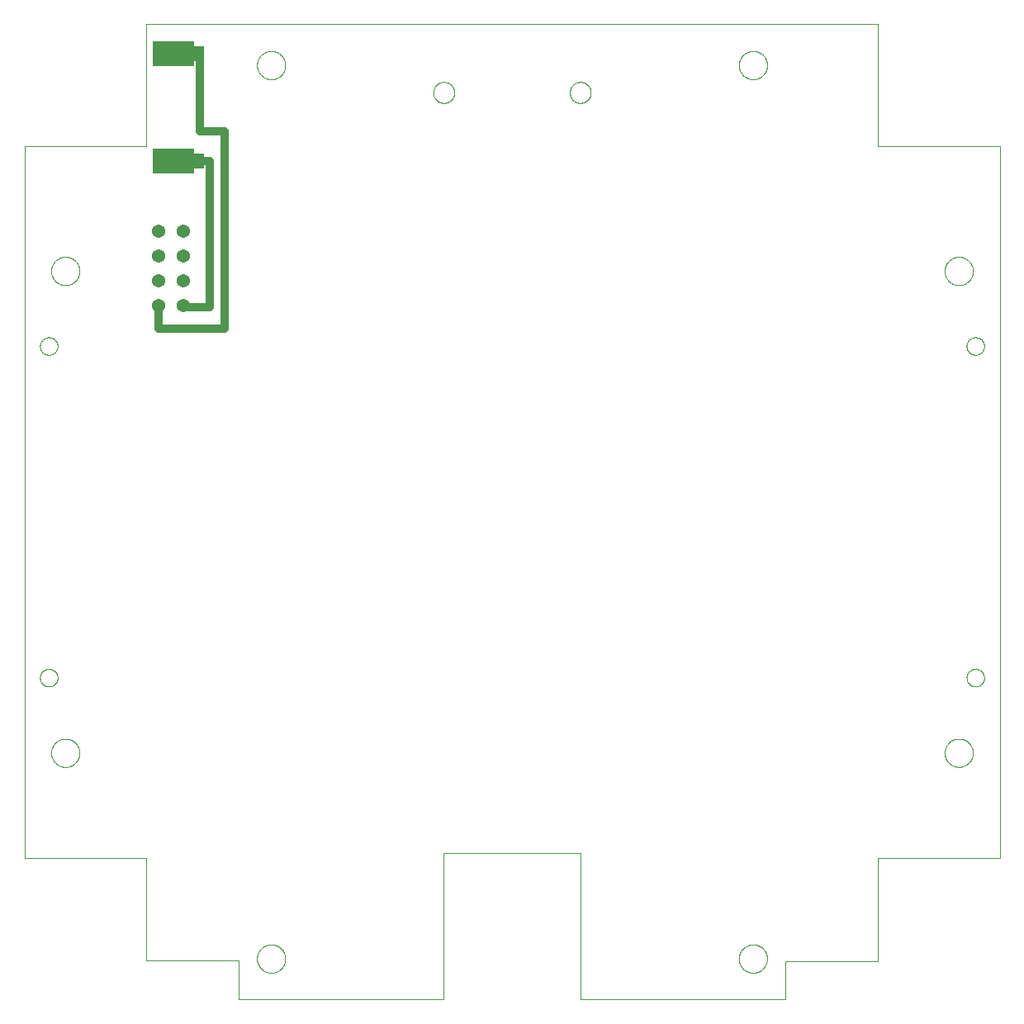
<source format=gtl>
G75*
%MOIN*%
%OFA0B0*%
%FSLAX25Y25*%
%IPPOS*%
%LPD*%
%AMOC8*
5,1,8,0,0,1.08239X$1,22.5*
%
%ADD10C,0.00000*%
%ADD11C,0.05400*%
%ADD12R,0.16535X0.10236*%
%ADD13R,0.05000X0.05906*%
%ADD14C,0.03200*%
D10*
X0070882Y0037378D02*
X0108087Y0037378D01*
X0108087Y0021669D01*
X0190961Y0021669D01*
X0190961Y0080724D01*
X0246079Y0080724D01*
X0246079Y0021669D01*
X0328953Y0021669D01*
X0328953Y0037220D01*
X0366157Y0037220D01*
X0366157Y0078756D01*
X0415370Y0078756D01*
X0415370Y0366157D01*
X0366157Y0366157D01*
X0366157Y0415370D01*
X0070882Y0415370D01*
X0070882Y0366157D01*
X0021669Y0366157D01*
X0021669Y0078756D01*
X0070882Y0078756D01*
X0070882Y0037378D01*
X0115567Y0038205D02*
X0115569Y0038356D01*
X0115575Y0038506D01*
X0115585Y0038657D01*
X0115599Y0038807D01*
X0115617Y0038956D01*
X0115638Y0039106D01*
X0115664Y0039254D01*
X0115694Y0039402D01*
X0115727Y0039549D01*
X0115765Y0039695D01*
X0115806Y0039840D01*
X0115851Y0039984D01*
X0115900Y0040126D01*
X0115953Y0040267D01*
X0116009Y0040407D01*
X0116069Y0040545D01*
X0116132Y0040682D01*
X0116200Y0040817D01*
X0116270Y0040950D01*
X0116344Y0041081D01*
X0116422Y0041210D01*
X0116503Y0041337D01*
X0116587Y0041462D01*
X0116675Y0041585D01*
X0116766Y0041705D01*
X0116860Y0041823D01*
X0116957Y0041938D01*
X0117057Y0042051D01*
X0117160Y0042161D01*
X0117266Y0042268D01*
X0117375Y0042373D01*
X0117486Y0042474D01*
X0117600Y0042573D01*
X0117716Y0042668D01*
X0117836Y0042761D01*
X0117957Y0042850D01*
X0118081Y0042936D01*
X0118207Y0043019D01*
X0118335Y0043098D01*
X0118465Y0043174D01*
X0118597Y0043247D01*
X0118731Y0043315D01*
X0118867Y0043381D01*
X0119005Y0043443D01*
X0119144Y0043501D01*
X0119284Y0043555D01*
X0119426Y0043606D01*
X0119569Y0043653D01*
X0119714Y0043696D01*
X0119859Y0043735D01*
X0120006Y0043771D01*
X0120153Y0043802D01*
X0120301Y0043830D01*
X0120450Y0043854D01*
X0120599Y0043874D01*
X0120749Y0043890D01*
X0120899Y0043902D01*
X0121050Y0043910D01*
X0121201Y0043914D01*
X0121351Y0043914D01*
X0121502Y0043910D01*
X0121653Y0043902D01*
X0121803Y0043890D01*
X0121953Y0043874D01*
X0122102Y0043854D01*
X0122251Y0043830D01*
X0122399Y0043802D01*
X0122546Y0043771D01*
X0122693Y0043735D01*
X0122838Y0043696D01*
X0122983Y0043653D01*
X0123126Y0043606D01*
X0123268Y0043555D01*
X0123408Y0043501D01*
X0123547Y0043443D01*
X0123685Y0043381D01*
X0123821Y0043315D01*
X0123955Y0043247D01*
X0124087Y0043174D01*
X0124217Y0043098D01*
X0124345Y0043019D01*
X0124471Y0042936D01*
X0124595Y0042850D01*
X0124716Y0042761D01*
X0124836Y0042668D01*
X0124952Y0042573D01*
X0125066Y0042474D01*
X0125177Y0042373D01*
X0125286Y0042268D01*
X0125392Y0042161D01*
X0125495Y0042051D01*
X0125595Y0041938D01*
X0125692Y0041823D01*
X0125786Y0041705D01*
X0125877Y0041585D01*
X0125965Y0041462D01*
X0126049Y0041337D01*
X0126130Y0041210D01*
X0126208Y0041081D01*
X0126282Y0040950D01*
X0126352Y0040817D01*
X0126420Y0040682D01*
X0126483Y0040545D01*
X0126543Y0040407D01*
X0126599Y0040267D01*
X0126652Y0040126D01*
X0126701Y0039984D01*
X0126746Y0039840D01*
X0126787Y0039695D01*
X0126825Y0039549D01*
X0126858Y0039402D01*
X0126888Y0039254D01*
X0126914Y0039106D01*
X0126935Y0038956D01*
X0126953Y0038807D01*
X0126967Y0038657D01*
X0126977Y0038506D01*
X0126983Y0038356D01*
X0126985Y0038205D01*
X0126983Y0038054D01*
X0126977Y0037904D01*
X0126967Y0037753D01*
X0126953Y0037603D01*
X0126935Y0037454D01*
X0126914Y0037304D01*
X0126888Y0037156D01*
X0126858Y0037008D01*
X0126825Y0036861D01*
X0126787Y0036715D01*
X0126746Y0036570D01*
X0126701Y0036426D01*
X0126652Y0036284D01*
X0126599Y0036143D01*
X0126543Y0036003D01*
X0126483Y0035865D01*
X0126420Y0035728D01*
X0126352Y0035593D01*
X0126282Y0035460D01*
X0126208Y0035329D01*
X0126130Y0035200D01*
X0126049Y0035073D01*
X0125965Y0034948D01*
X0125877Y0034825D01*
X0125786Y0034705D01*
X0125692Y0034587D01*
X0125595Y0034472D01*
X0125495Y0034359D01*
X0125392Y0034249D01*
X0125286Y0034142D01*
X0125177Y0034037D01*
X0125066Y0033936D01*
X0124952Y0033837D01*
X0124836Y0033742D01*
X0124716Y0033649D01*
X0124595Y0033560D01*
X0124471Y0033474D01*
X0124345Y0033391D01*
X0124217Y0033312D01*
X0124087Y0033236D01*
X0123955Y0033163D01*
X0123821Y0033095D01*
X0123685Y0033029D01*
X0123547Y0032967D01*
X0123408Y0032909D01*
X0123268Y0032855D01*
X0123126Y0032804D01*
X0122983Y0032757D01*
X0122838Y0032714D01*
X0122693Y0032675D01*
X0122546Y0032639D01*
X0122399Y0032608D01*
X0122251Y0032580D01*
X0122102Y0032556D01*
X0121953Y0032536D01*
X0121803Y0032520D01*
X0121653Y0032508D01*
X0121502Y0032500D01*
X0121351Y0032496D01*
X0121201Y0032496D01*
X0121050Y0032500D01*
X0120899Y0032508D01*
X0120749Y0032520D01*
X0120599Y0032536D01*
X0120450Y0032556D01*
X0120301Y0032580D01*
X0120153Y0032608D01*
X0120006Y0032639D01*
X0119859Y0032675D01*
X0119714Y0032714D01*
X0119569Y0032757D01*
X0119426Y0032804D01*
X0119284Y0032855D01*
X0119144Y0032909D01*
X0119005Y0032967D01*
X0118867Y0033029D01*
X0118731Y0033095D01*
X0118597Y0033163D01*
X0118465Y0033236D01*
X0118335Y0033312D01*
X0118207Y0033391D01*
X0118081Y0033474D01*
X0117957Y0033560D01*
X0117836Y0033649D01*
X0117716Y0033742D01*
X0117600Y0033837D01*
X0117486Y0033936D01*
X0117375Y0034037D01*
X0117266Y0034142D01*
X0117160Y0034249D01*
X0117057Y0034359D01*
X0116957Y0034472D01*
X0116860Y0034587D01*
X0116766Y0034705D01*
X0116675Y0034825D01*
X0116587Y0034948D01*
X0116503Y0035073D01*
X0116422Y0035200D01*
X0116344Y0035329D01*
X0116270Y0035460D01*
X0116200Y0035593D01*
X0116132Y0035728D01*
X0116069Y0035865D01*
X0116009Y0036003D01*
X0115953Y0036143D01*
X0115900Y0036284D01*
X0115851Y0036426D01*
X0115806Y0036570D01*
X0115765Y0036715D01*
X0115727Y0036861D01*
X0115694Y0037008D01*
X0115664Y0037156D01*
X0115638Y0037304D01*
X0115617Y0037454D01*
X0115599Y0037603D01*
X0115585Y0037753D01*
X0115575Y0037904D01*
X0115569Y0038054D01*
X0115567Y0038205D01*
X0032496Y0121276D02*
X0032498Y0121427D01*
X0032504Y0121577D01*
X0032514Y0121728D01*
X0032528Y0121878D01*
X0032546Y0122027D01*
X0032567Y0122177D01*
X0032593Y0122325D01*
X0032623Y0122473D01*
X0032656Y0122620D01*
X0032694Y0122766D01*
X0032735Y0122911D01*
X0032780Y0123055D01*
X0032829Y0123197D01*
X0032882Y0123338D01*
X0032938Y0123478D01*
X0032998Y0123616D01*
X0033061Y0123753D01*
X0033129Y0123888D01*
X0033199Y0124021D01*
X0033273Y0124152D01*
X0033351Y0124281D01*
X0033432Y0124408D01*
X0033516Y0124533D01*
X0033604Y0124656D01*
X0033695Y0124776D01*
X0033789Y0124894D01*
X0033886Y0125009D01*
X0033986Y0125122D01*
X0034089Y0125232D01*
X0034195Y0125339D01*
X0034304Y0125444D01*
X0034415Y0125545D01*
X0034529Y0125644D01*
X0034645Y0125739D01*
X0034765Y0125832D01*
X0034886Y0125921D01*
X0035010Y0126007D01*
X0035136Y0126090D01*
X0035264Y0126169D01*
X0035394Y0126245D01*
X0035526Y0126318D01*
X0035660Y0126386D01*
X0035796Y0126452D01*
X0035934Y0126514D01*
X0036073Y0126572D01*
X0036213Y0126626D01*
X0036355Y0126677D01*
X0036498Y0126724D01*
X0036643Y0126767D01*
X0036788Y0126806D01*
X0036935Y0126842D01*
X0037082Y0126873D01*
X0037230Y0126901D01*
X0037379Y0126925D01*
X0037528Y0126945D01*
X0037678Y0126961D01*
X0037828Y0126973D01*
X0037979Y0126981D01*
X0038130Y0126985D01*
X0038280Y0126985D01*
X0038431Y0126981D01*
X0038582Y0126973D01*
X0038732Y0126961D01*
X0038882Y0126945D01*
X0039031Y0126925D01*
X0039180Y0126901D01*
X0039328Y0126873D01*
X0039475Y0126842D01*
X0039622Y0126806D01*
X0039767Y0126767D01*
X0039912Y0126724D01*
X0040055Y0126677D01*
X0040197Y0126626D01*
X0040337Y0126572D01*
X0040476Y0126514D01*
X0040614Y0126452D01*
X0040750Y0126386D01*
X0040884Y0126318D01*
X0041016Y0126245D01*
X0041146Y0126169D01*
X0041274Y0126090D01*
X0041400Y0126007D01*
X0041524Y0125921D01*
X0041645Y0125832D01*
X0041765Y0125739D01*
X0041881Y0125644D01*
X0041995Y0125545D01*
X0042106Y0125444D01*
X0042215Y0125339D01*
X0042321Y0125232D01*
X0042424Y0125122D01*
X0042524Y0125009D01*
X0042621Y0124894D01*
X0042715Y0124776D01*
X0042806Y0124656D01*
X0042894Y0124533D01*
X0042978Y0124408D01*
X0043059Y0124281D01*
X0043137Y0124152D01*
X0043211Y0124021D01*
X0043281Y0123888D01*
X0043349Y0123753D01*
X0043412Y0123616D01*
X0043472Y0123478D01*
X0043528Y0123338D01*
X0043581Y0123197D01*
X0043630Y0123055D01*
X0043675Y0122911D01*
X0043716Y0122766D01*
X0043754Y0122620D01*
X0043787Y0122473D01*
X0043817Y0122325D01*
X0043843Y0122177D01*
X0043864Y0122027D01*
X0043882Y0121878D01*
X0043896Y0121728D01*
X0043906Y0121577D01*
X0043912Y0121427D01*
X0043914Y0121276D01*
X0043912Y0121125D01*
X0043906Y0120975D01*
X0043896Y0120824D01*
X0043882Y0120674D01*
X0043864Y0120525D01*
X0043843Y0120375D01*
X0043817Y0120227D01*
X0043787Y0120079D01*
X0043754Y0119932D01*
X0043716Y0119786D01*
X0043675Y0119641D01*
X0043630Y0119497D01*
X0043581Y0119355D01*
X0043528Y0119214D01*
X0043472Y0119074D01*
X0043412Y0118936D01*
X0043349Y0118799D01*
X0043281Y0118664D01*
X0043211Y0118531D01*
X0043137Y0118400D01*
X0043059Y0118271D01*
X0042978Y0118144D01*
X0042894Y0118019D01*
X0042806Y0117896D01*
X0042715Y0117776D01*
X0042621Y0117658D01*
X0042524Y0117543D01*
X0042424Y0117430D01*
X0042321Y0117320D01*
X0042215Y0117213D01*
X0042106Y0117108D01*
X0041995Y0117007D01*
X0041881Y0116908D01*
X0041765Y0116813D01*
X0041645Y0116720D01*
X0041524Y0116631D01*
X0041400Y0116545D01*
X0041274Y0116462D01*
X0041146Y0116383D01*
X0041016Y0116307D01*
X0040884Y0116234D01*
X0040750Y0116166D01*
X0040614Y0116100D01*
X0040476Y0116038D01*
X0040337Y0115980D01*
X0040197Y0115926D01*
X0040055Y0115875D01*
X0039912Y0115828D01*
X0039767Y0115785D01*
X0039622Y0115746D01*
X0039475Y0115710D01*
X0039328Y0115679D01*
X0039180Y0115651D01*
X0039031Y0115627D01*
X0038882Y0115607D01*
X0038732Y0115591D01*
X0038582Y0115579D01*
X0038431Y0115571D01*
X0038280Y0115567D01*
X0038130Y0115567D01*
X0037979Y0115571D01*
X0037828Y0115579D01*
X0037678Y0115591D01*
X0037528Y0115607D01*
X0037379Y0115627D01*
X0037230Y0115651D01*
X0037082Y0115679D01*
X0036935Y0115710D01*
X0036788Y0115746D01*
X0036643Y0115785D01*
X0036498Y0115828D01*
X0036355Y0115875D01*
X0036213Y0115926D01*
X0036073Y0115980D01*
X0035934Y0116038D01*
X0035796Y0116100D01*
X0035660Y0116166D01*
X0035526Y0116234D01*
X0035394Y0116307D01*
X0035264Y0116383D01*
X0035136Y0116462D01*
X0035010Y0116545D01*
X0034886Y0116631D01*
X0034765Y0116720D01*
X0034645Y0116813D01*
X0034529Y0116908D01*
X0034415Y0117007D01*
X0034304Y0117108D01*
X0034195Y0117213D01*
X0034089Y0117320D01*
X0033986Y0117430D01*
X0033886Y0117543D01*
X0033789Y0117658D01*
X0033695Y0117776D01*
X0033604Y0117896D01*
X0033516Y0118019D01*
X0033432Y0118144D01*
X0033351Y0118271D01*
X0033273Y0118400D01*
X0033199Y0118531D01*
X0033129Y0118664D01*
X0033061Y0118799D01*
X0032998Y0118936D01*
X0032938Y0119074D01*
X0032882Y0119214D01*
X0032829Y0119355D01*
X0032780Y0119497D01*
X0032735Y0119641D01*
X0032694Y0119786D01*
X0032656Y0119932D01*
X0032623Y0120079D01*
X0032593Y0120227D01*
X0032567Y0120375D01*
X0032546Y0120525D01*
X0032528Y0120674D01*
X0032514Y0120824D01*
X0032504Y0120975D01*
X0032498Y0121125D01*
X0032496Y0121276D01*
X0027960Y0151591D02*
X0027962Y0151710D01*
X0027968Y0151828D01*
X0027978Y0151947D01*
X0027992Y0152064D01*
X0028009Y0152182D01*
X0028031Y0152299D01*
X0028057Y0152414D01*
X0028086Y0152529D01*
X0028119Y0152643D01*
X0028157Y0152756D01*
X0028197Y0152868D01*
X0028242Y0152978D01*
X0028290Y0153086D01*
X0028342Y0153193D01*
X0028397Y0153298D01*
X0028456Y0153401D01*
X0028518Y0153502D01*
X0028584Y0153601D01*
X0028652Y0153698D01*
X0028724Y0153792D01*
X0028800Y0153884D01*
X0028878Y0153974D01*
X0028959Y0154060D01*
X0029043Y0154144D01*
X0029129Y0154225D01*
X0029219Y0154303D01*
X0029311Y0154379D01*
X0029405Y0154451D01*
X0029502Y0154519D01*
X0029601Y0154585D01*
X0029702Y0154647D01*
X0029805Y0154706D01*
X0029910Y0154761D01*
X0030017Y0154813D01*
X0030125Y0154861D01*
X0030235Y0154906D01*
X0030347Y0154946D01*
X0030460Y0154984D01*
X0030574Y0155017D01*
X0030689Y0155046D01*
X0030804Y0155072D01*
X0030921Y0155094D01*
X0031039Y0155111D01*
X0031156Y0155125D01*
X0031275Y0155135D01*
X0031393Y0155141D01*
X0031512Y0155143D01*
X0031631Y0155141D01*
X0031749Y0155135D01*
X0031868Y0155125D01*
X0031985Y0155111D01*
X0032103Y0155094D01*
X0032220Y0155072D01*
X0032335Y0155046D01*
X0032450Y0155017D01*
X0032564Y0154984D01*
X0032677Y0154946D01*
X0032789Y0154906D01*
X0032899Y0154861D01*
X0033007Y0154813D01*
X0033114Y0154761D01*
X0033219Y0154706D01*
X0033322Y0154647D01*
X0033423Y0154585D01*
X0033522Y0154519D01*
X0033619Y0154451D01*
X0033713Y0154379D01*
X0033805Y0154303D01*
X0033895Y0154225D01*
X0033981Y0154144D01*
X0034065Y0154060D01*
X0034146Y0153974D01*
X0034224Y0153884D01*
X0034300Y0153792D01*
X0034372Y0153698D01*
X0034440Y0153601D01*
X0034506Y0153502D01*
X0034568Y0153401D01*
X0034627Y0153298D01*
X0034682Y0153193D01*
X0034734Y0153086D01*
X0034782Y0152978D01*
X0034827Y0152868D01*
X0034867Y0152756D01*
X0034905Y0152643D01*
X0034938Y0152529D01*
X0034967Y0152414D01*
X0034993Y0152299D01*
X0035015Y0152182D01*
X0035032Y0152064D01*
X0035046Y0151947D01*
X0035056Y0151828D01*
X0035062Y0151710D01*
X0035064Y0151591D01*
X0035062Y0151472D01*
X0035056Y0151354D01*
X0035046Y0151235D01*
X0035032Y0151118D01*
X0035015Y0151000D01*
X0034993Y0150883D01*
X0034967Y0150768D01*
X0034938Y0150653D01*
X0034905Y0150539D01*
X0034867Y0150426D01*
X0034827Y0150314D01*
X0034782Y0150204D01*
X0034734Y0150096D01*
X0034682Y0149989D01*
X0034627Y0149884D01*
X0034568Y0149781D01*
X0034506Y0149680D01*
X0034440Y0149581D01*
X0034372Y0149484D01*
X0034300Y0149390D01*
X0034224Y0149298D01*
X0034146Y0149208D01*
X0034065Y0149122D01*
X0033981Y0149038D01*
X0033895Y0148957D01*
X0033805Y0148879D01*
X0033713Y0148803D01*
X0033619Y0148731D01*
X0033522Y0148663D01*
X0033423Y0148597D01*
X0033322Y0148535D01*
X0033219Y0148476D01*
X0033114Y0148421D01*
X0033007Y0148369D01*
X0032899Y0148321D01*
X0032789Y0148276D01*
X0032677Y0148236D01*
X0032564Y0148198D01*
X0032450Y0148165D01*
X0032335Y0148136D01*
X0032220Y0148110D01*
X0032103Y0148088D01*
X0031985Y0148071D01*
X0031868Y0148057D01*
X0031749Y0148047D01*
X0031631Y0148041D01*
X0031512Y0148039D01*
X0031393Y0148041D01*
X0031275Y0148047D01*
X0031156Y0148057D01*
X0031039Y0148071D01*
X0030921Y0148088D01*
X0030804Y0148110D01*
X0030689Y0148136D01*
X0030574Y0148165D01*
X0030460Y0148198D01*
X0030347Y0148236D01*
X0030235Y0148276D01*
X0030125Y0148321D01*
X0030017Y0148369D01*
X0029910Y0148421D01*
X0029805Y0148476D01*
X0029702Y0148535D01*
X0029601Y0148597D01*
X0029502Y0148663D01*
X0029405Y0148731D01*
X0029311Y0148803D01*
X0029219Y0148879D01*
X0029129Y0148957D01*
X0029043Y0149038D01*
X0028959Y0149122D01*
X0028878Y0149208D01*
X0028800Y0149298D01*
X0028724Y0149390D01*
X0028652Y0149484D01*
X0028584Y0149581D01*
X0028518Y0149680D01*
X0028456Y0149781D01*
X0028397Y0149884D01*
X0028342Y0149989D01*
X0028290Y0150096D01*
X0028242Y0150204D01*
X0028197Y0150314D01*
X0028157Y0150426D01*
X0028119Y0150539D01*
X0028086Y0150653D01*
X0028057Y0150768D01*
X0028031Y0150883D01*
X0028009Y0151000D01*
X0027992Y0151118D01*
X0027978Y0151235D01*
X0027968Y0151354D01*
X0027962Y0151472D01*
X0027960Y0151591D01*
X0027960Y0285449D02*
X0027962Y0285568D01*
X0027968Y0285686D01*
X0027978Y0285805D01*
X0027992Y0285922D01*
X0028009Y0286040D01*
X0028031Y0286157D01*
X0028057Y0286272D01*
X0028086Y0286387D01*
X0028119Y0286501D01*
X0028157Y0286614D01*
X0028197Y0286726D01*
X0028242Y0286836D01*
X0028290Y0286944D01*
X0028342Y0287051D01*
X0028397Y0287156D01*
X0028456Y0287259D01*
X0028518Y0287360D01*
X0028584Y0287459D01*
X0028652Y0287556D01*
X0028724Y0287650D01*
X0028800Y0287742D01*
X0028878Y0287832D01*
X0028959Y0287918D01*
X0029043Y0288002D01*
X0029129Y0288083D01*
X0029219Y0288161D01*
X0029311Y0288237D01*
X0029405Y0288309D01*
X0029502Y0288377D01*
X0029601Y0288443D01*
X0029702Y0288505D01*
X0029805Y0288564D01*
X0029910Y0288619D01*
X0030017Y0288671D01*
X0030125Y0288719D01*
X0030235Y0288764D01*
X0030347Y0288804D01*
X0030460Y0288842D01*
X0030574Y0288875D01*
X0030689Y0288904D01*
X0030804Y0288930D01*
X0030921Y0288952D01*
X0031039Y0288969D01*
X0031156Y0288983D01*
X0031275Y0288993D01*
X0031393Y0288999D01*
X0031512Y0289001D01*
X0031631Y0288999D01*
X0031749Y0288993D01*
X0031868Y0288983D01*
X0031985Y0288969D01*
X0032103Y0288952D01*
X0032220Y0288930D01*
X0032335Y0288904D01*
X0032450Y0288875D01*
X0032564Y0288842D01*
X0032677Y0288804D01*
X0032789Y0288764D01*
X0032899Y0288719D01*
X0033007Y0288671D01*
X0033114Y0288619D01*
X0033219Y0288564D01*
X0033322Y0288505D01*
X0033423Y0288443D01*
X0033522Y0288377D01*
X0033619Y0288309D01*
X0033713Y0288237D01*
X0033805Y0288161D01*
X0033895Y0288083D01*
X0033981Y0288002D01*
X0034065Y0287918D01*
X0034146Y0287832D01*
X0034224Y0287742D01*
X0034300Y0287650D01*
X0034372Y0287556D01*
X0034440Y0287459D01*
X0034506Y0287360D01*
X0034568Y0287259D01*
X0034627Y0287156D01*
X0034682Y0287051D01*
X0034734Y0286944D01*
X0034782Y0286836D01*
X0034827Y0286726D01*
X0034867Y0286614D01*
X0034905Y0286501D01*
X0034938Y0286387D01*
X0034967Y0286272D01*
X0034993Y0286157D01*
X0035015Y0286040D01*
X0035032Y0285922D01*
X0035046Y0285805D01*
X0035056Y0285686D01*
X0035062Y0285568D01*
X0035064Y0285449D01*
X0035062Y0285330D01*
X0035056Y0285212D01*
X0035046Y0285093D01*
X0035032Y0284976D01*
X0035015Y0284858D01*
X0034993Y0284741D01*
X0034967Y0284626D01*
X0034938Y0284511D01*
X0034905Y0284397D01*
X0034867Y0284284D01*
X0034827Y0284172D01*
X0034782Y0284062D01*
X0034734Y0283954D01*
X0034682Y0283847D01*
X0034627Y0283742D01*
X0034568Y0283639D01*
X0034506Y0283538D01*
X0034440Y0283439D01*
X0034372Y0283342D01*
X0034300Y0283248D01*
X0034224Y0283156D01*
X0034146Y0283066D01*
X0034065Y0282980D01*
X0033981Y0282896D01*
X0033895Y0282815D01*
X0033805Y0282737D01*
X0033713Y0282661D01*
X0033619Y0282589D01*
X0033522Y0282521D01*
X0033423Y0282455D01*
X0033322Y0282393D01*
X0033219Y0282334D01*
X0033114Y0282279D01*
X0033007Y0282227D01*
X0032899Y0282179D01*
X0032789Y0282134D01*
X0032677Y0282094D01*
X0032564Y0282056D01*
X0032450Y0282023D01*
X0032335Y0281994D01*
X0032220Y0281968D01*
X0032103Y0281946D01*
X0031985Y0281929D01*
X0031868Y0281915D01*
X0031749Y0281905D01*
X0031631Y0281899D01*
X0031512Y0281897D01*
X0031393Y0281899D01*
X0031275Y0281905D01*
X0031156Y0281915D01*
X0031039Y0281929D01*
X0030921Y0281946D01*
X0030804Y0281968D01*
X0030689Y0281994D01*
X0030574Y0282023D01*
X0030460Y0282056D01*
X0030347Y0282094D01*
X0030235Y0282134D01*
X0030125Y0282179D01*
X0030017Y0282227D01*
X0029910Y0282279D01*
X0029805Y0282334D01*
X0029702Y0282393D01*
X0029601Y0282455D01*
X0029502Y0282521D01*
X0029405Y0282589D01*
X0029311Y0282661D01*
X0029219Y0282737D01*
X0029129Y0282815D01*
X0029043Y0282896D01*
X0028959Y0282980D01*
X0028878Y0283066D01*
X0028800Y0283156D01*
X0028724Y0283248D01*
X0028652Y0283342D01*
X0028584Y0283439D01*
X0028518Y0283538D01*
X0028456Y0283639D01*
X0028397Y0283742D01*
X0028342Y0283847D01*
X0028290Y0283954D01*
X0028242Y0284062D01*
X0028197Y0284172D01*
X0028157Y0284284D01*
X0028119Y0284397D01*
X0028086Y0284511D01*
X0028057Y0284626D01*
X0028031Y0284741D01*
X0028009Y0284858D01*
X0027992Y0284976D01*
X0027978Y0285093D01*
X0027968Y0285212D01*
X0027962Y0285330D01*
X0027960Y0285449D01*
X0032496Y0315764D02*
X0032498Y0315915D01*
X0032504Y0316065D01*
X0032514Y0316216D01*
X0032528Y0316366D01*
X0032546Y0316515D01*
X0032567Y0316665D01*
X0032593Y0316813D01*
X0032623Y0316961D01*
X0032656Y0317108D01*
X0032694Y0317254D01*
X0032735Y0317399D01*
X0032780Y0317543D01*
X0032829Y0317685D01*
X0032882Y0317826D01*
X0032938Y0317966D01*
X0032998Y0318104D01*
X0033061Y0318241D01*
X0033129Y0318376D01*
X0033199Y0318509D01*
X0033273Y0318640D01*
X0033351Y0318769D01*
X0033432Y0318896D01*
X0033516Y0319021D01*
X0033604Y0319144D01*
X0033695Y0319264D01*
X0033789Y0319382D01*
X0033886Y0319497D01*
X0033986Y0319610D01*
X0034089Y0319720D01*
X0034195Y0319827D01*
X0034304Y0319932D01*
X0034415Y0320033D01*
X0034529Y0320132D01*
X0034645Y0320227D01*
X0034765Y0320320D01*
X0034886Y0320409D01*
X0035010Y0320495D01*
X0035136Y0320578D01*
X0035264Y0320657D01*
X0035394Y0320733D01*
X0035526Y0320806D01*
X0035660Y0320874D01*
X0035796Y0320940D01*
X0035934Y0321002D01*
X0036073Y0321060D01*
X0036213Y0321114D01*
X0036355Y0321165D01*
X0036498Y0321212D01*
X0036643Y0321255D01*
X0036788Y0321294D01*
X0036935Y0321330D01*
X0037082Y0321361D01*
X0037230Y0321389D01*
X0037379Y0321413D01*
X0037528Y0321433D01*
X0037678Y0321449D01*
X0037828Y0321461D01*
X0037979Y0321469D01*
X0038130Y0321473D01*
X0038280Y0321473D01*
X0038431Y0321469D01*
X0038582Y0321461D01*
X0038732Y0321449D01*
X0038882Y0321433D01*
X0039031Y0321413D01*
X0039180Y0321389D01*
X0039328Y0321361D01*
X0039475Y0321330D01*
X0039622Y0321294D01*
X0039767Y0321255D01*
X0039912Y0321212D01*
X0040055Y0321165D01*
X0040197Y0321114D01*
X0040337Y0321060D01*
X0040476Y0321002D01*
X0040614Y0320940D01*
X0040750Y0320874D01*
X0040884Y0320806D01*
X0041016Y0320733D01*
X0041146Y0320657D01*
X0041274Y0320578D01*
X0041400Y0320495D01*
X0041524Y0320409D01*
X0041645Y0320320D01*
X0041765Y0320227D01*
X0041881Y0320132D01*
X0041995Y0320033D01*
X0042106Y0319932D01*
X0042215Y0319827D01*
X0042321Y0319720D01*
X0042424Y0319610D01*
X0042524Y0319497D01*
X0042621Y0319382D01*
X0042715Y0319264D01*
X0042806Y0319144D01*
X0042894Y0319021D01*
X0042978Y0318896D01*
X0043059Y0318769D01*
X0043137Y0318640D01*
X0043211Y0318509D01*
X0043281Y0318376D01*
X0043349Y0318241D01*
X0043412Y0318104D01*
X0043472Y0317966D01*
X0043528Y0317826D01*
X0043581Y0317685D01*
X0043630Y0317543D01*
X0043675Y0317399D01*
X0043716Y0317254D01*
X0043754Y0317108D01*
X0043787Y0316961D01*
X0043817Y0316813D01*
X0043843Y0316665D01*
X0043864Y0316515D01*
X0043882Y0316366D01*
X0043896Y0316216D01*
X0043906Y0316065D01*
X0043912Y0315915D01*
X0043914Y0315764D01*
X0043912Y0315613D01*
X0043906Y0315463D01*
X0043896Y0315312D01*
X0043882Y0315162D01*
X0043864Y0315013D01*
X0043843Y0314863D01*
X0043817Y0314715D01*
X0043787Y0314567D01*
X0043754Y0314420D01*
X0043716Y0314274D01*
X0043675Y0314129D01*
X0043630Y0313985D01*
X0043581Y0313843D01*
X0043528Y0313702D01*
X0043472Y0313562D01*
X0043412Y0313424D01*
X0043349Y0313287D01*
X0043281Y0313152D01*
X0043211Y0313019D01*
X0043137Y0312888D01*
X0043059Y0312759D01*
X0042978Y0312632D01*
X0042894Y0312507D01*
X0042806Y0312384D01*
X0042715Y0312264D01*
X0042621Y0312146D01*
X0042524Y0312031D01*
X0042424Y0311918D01*
X0042321Y0311808D01*
X0042215Y0311701D01*
X0042106Y0311596D01*
X0041995Y0311495D01*
X0041881Y0311396D01*
X0041765Y0311301D01*
X0041645Y0311208D01*
X0041524Y0311119D01*
X0041400Y0311033D01*
X0041274Y0310950D01*
X0041146Y0310871D01*
X0041016Y0310795D01*
X0040884Y0310722D01*
X0040750Y0310654D01*
X0040614Y0310588D01*
X0040476Y0310526D01*
X0040337Y0310468D01*
X0040197Y0310414D01*
X0040055Y0310363D01*
X0039912Y0310316D01*
X0039767Y0310273D01*
X0039622Y0310234D01*
X0039475Y0310198D01*
X0039328Y0310167D01*
X0039180Y0310139D01*
X0039031Y0310115D01*
X0038882Y0310095D01*
X0038732Y0310079D01*
X0038582Y0310067D01*
X0038431Y0310059D01*
X0038280Y0310055D01*
X0038130Y0310055D01*
X0037979Y0310059D01*
X0037828Y0310067D01*
X0037678Y0310079D01*
X0037528Y0310095D01*
X0037379Y0310115D01*
X0037230Y0310139D01*
X0037082Y0310167D01*
X0036935Y0310198D01*
X0036788Y0310234D01*
X0036643Y0310273D01*
X0036498Y0310316D01*
X0036355Y0310363D01*
X0036213Y0310414D01*
X0036073Y0310468D01*
X0035934Y0310526D01*
X0035796Y0310588D01*
X0035660Y0310654D01*
X0035526Y0310722D01*
X0035394Y0310795D01*
X0035264Y0310871D01*
X0035136Y0310950D01*
X0035010Y0311033D01*
X0034886Y0311119D01*
X0034765Y0311208D01*
X0034645Y0311301D01*
X0034529Y0311396D01*
X0034415Y0311495D01*
X0034304Y0311596D01*
X0034195Y0311701D01*
X0034089Y0311808D01*
X0033986Y0311918D01*
X0033886Y0312031D01*
X0033789Y0312146D01*
X0033695Y0312264D01*
X0033604Y0312384D01*
X0033516Y0312507D01*
X0033432Y0312632D01*
X0033351Y0312759D01*
X0033273Y0312888D01*
X0033199Y0313019D01*
X0033129Y0313152D01*
X0033061Y0313287D01*
X0032998Y0313424D01*
X0032938Y0313562D01*
X0032882Y0313702D01*
X0032829Y0313843D01*
X0032780Y0313985D01*
X0032735Y0314129D01*
X0032694Y0314274D01*
X0032656Y0314420D01*
X0032623Y0314567D01*
X0032593Y0314715D01*
X0032567Y0314863D01*
X0032546Y0315013D01*
X0032528Y0315162D01*
X0032514Y0315312D01*
X0032504Y0315463D01*
X0032498Y0315613D01*
X0032496Y0315764D01*
X0115567Y0398835D02*
X0115569Y0398986D01*
X0115575Y0399136D01*
X0115585Y0399287D01*
X0115599Y0399437D01*
X0115617Y0399586D01*
X0115638Y0399736D01*
X0115664Y0399884D01*
X0115694Y0400032D01*
X0115727Y0400179D01*
X0115765Y0400325D01*
X0115806Y0400470D01*
X0115851Y0400614D01*
X0115900Y0400756D01*
X0115953Y0400897D01*
X0116009Y0401037D01*
X0116069Y0401175D01*
X0116132Y0401312D01*
X0116200Y0401447D01*
X0116270Y0401580D01*
X0116344Y0401711D01*
X0116422Y0401840D01*
X0116503Y0401967D01*
X0116587Y0402092D01*
X0116675Y0402215D01*
X0116766Y0402335D01*
X0116860Y0402453D01*
X0116957Y0402568D01*
X0117057Y0402681D01*
X0117160Y0402791D01*
X0117266Y0402898D01*
X0117375Y0403003D01*
X0117486Y0403104D01*
X0117600Y0403203D01*
X0117716Y0403298D01*
X0117836Y0403391D01*
X0117957Y0403480D01*
X0118081Y0403566D01*
X0118207Y0403649D01*
X0118335Y0403728D01*
X0118465Y0403804D01*
X0118597Y0403877D01*
X0118731Y0403945D01*
X0118867Y0404011D01*
X0119005Y0404073D01*
X0119144Y0404131D01*
X0119284Y0404185D01*
X0119426Y0404236D01*
X0119569Y0404283D01*
X0119714Y0404326D01*
X0119859Y0404365D01*
X0120006Y0404401D01*
X0120153Y0404432D01*
X0120301Y0404460D01*
X0120450Y0404484D01*
X0120599Y0404504D01*
X0120749Y0404520D01*
X0120899Y0404532D01*
X0121050Y0404540D01*
X0121201Y0404544D01*
X0121351Y0404544D01*
X0121502Y0404540D01*
X0121653Y0404532D01*
X0121803Y0404520D01*
X0121953Y0404504D01*
X0122102Y0404484D01*
X0122251Y0404460D01*
X0122399Y0404432D01*
X0122546Y0404401D01*
X0122693Y0404365D01*
X0122838Y0404326D01*
X0122983Y0404283D01*
X0123126Y0404236D01*
X0123268Y0404185D01*
X0123408Y0404131D01*
X0123547Y0404073D01*
X0123685Y0404011D01*
X0123821Y0403945D01*
X0123955Y0403877D01*
X0124087Y0403804D01*
X0124217Y0403728D01*
X0124345Y0403649D01*
X0124471Y0403566D01*
X0124595Y0403480D01*
X0124716Y0403391D01*
X0124836Y0403298D01*
X0124952Y0403203D01*
X0125066Y0403104D01*
X0125177Y0403003D01*
X0125286Y0402898D01*
X0125392Y0402791D01*
X0125495Y0402681D01*
X0125595Y0402568D01*
X0125692Y0402453D01*
X0125786Y0402335D01*
X0125877Y0402215D01*
X0125965Y0402092D01*
X0126049Y0401967D01*
X0126130Y0401840D01*
X0126208Y0401711D01*
X0126282Y0401580D01*
X0126352Y0401447D01*
X0126420Y0401312D01*
X0126483Y0401175D01*
X0126543Y0401037D01*
X0126599Y0400897D01*
X0126652Y0400756D01*
X0126701Y0400614D01*
X0126746Y0400470D01*
X0126787Y0400325D01*
X0126825Y0400179D01*
X0126858Y0400032D01*
X0126888Y0399884D01*
X0126914Y0399736D01*
X0126935Y0399586D01*
X0126953Y0399437D01*
X0126967Y0399287D01*
X0126977Y0399136D01*
X0126983Y0398986D01*
X0126985Y0398835D01*
X0126983Y0398684D01*
X0126977Y0398534D01*
X0126967Y0398383D01*
X0126953Y0398233D01*
X0126935Y0398084D01*
X0126914Y0397934D01*
X0126888Y0397786D01*
X0126858Y0397638D01*
X0126825Y0397491D01*
X0126787Y0397345D01*
X0126746Y0397200D01*
X0126701Y0397056D01*
X0126652Y0396914D01*
X0126599Y0396773D01*
X0126543Y0396633D01*
X0126483Y0396495D01*
X0126420Y0396358D01*
X0126352Y0396223D01*
X0126282Y0396090D01*
X0126208Y0395959D01*
X0126130Y0395830D01*
X0126049Y0395703D01*
X0125965Y0395578D01*
X0125877Y0395455D01*
X0125786Y0395335D01*
X0125692Y0395217D01*
X0125595Y0395102D01*
X0125495Y0394989D01*
X0125392Y0394879D01*
X0125286Y0394772D01*
X0125177Y0394667D01*
X0125066Y0394566D01*
X0124952Y0394467D01*
X0124836Y0394372D01*
X0124716Y0394279D01*
X0124595Y0394190D01*
X0124471Y0394104D01*
X0124345Y0394021D01*
X0124217Y0393942D01*
X0124087Y0393866D01*
X0123955Y0393793D01*
X0123821Y0393725D01*
X0123685Y0393659D01*
X0123547Y0393597D01*
X0123408Y0393539D01*
X0123268Y0393485D01*
X0123126Y0393434D01*
X0122983Y0393387D01*
X0122838Y0393344D01*
X0122693Y0393305D01*
X0122546Y0393269D01*
X0122399Y0393238D01*
X0122251Y0393210D01*
X0122102Y0393186D01*
X0121953Y0393166D01*
X0121803Y0393150D01*
X0121653Y0393138D01*
X0121502Y0393130D01*
X0121351Y0393126D01*
X0121201Y0393126D01*
X0121050Y0393130D01*
X0120899Y0393138D01*
X0120749Y0393150D01*
X0120599Y0393166D01*
X0120450Y0393186D01*
X0120301Y0393210D01*
X0120153Y0393238D01*
X0120006Y0393269D01*
X0119859Y0393305D01*
X0119714Y0393344D01*
X0119569Y0393387D01*
X0119426Y0393434D01*
X0119284Y0393485D01*
X0119144Y0393539D01*
X0119005Y0393597D01*
X0118867Y0393659D01*
X0118731Y0393725D01*
X0118597Y0393793D01*
X0118465Y0393866D01*
X0118335Y0393942D01*
X0118207Y0394021D01*
X0118081Y0394104D01*
X0117957Y0394190D01*
X0117836Y0394279D01*
X0117716Y0394372D01*
X0117600Y0394467D01*
X0117486Y0394566D01*
X0117375Y0394667D01*
X0117266Y0394772D01*
X0117160Y0394879D01*
X0117057Y0394989D01*
X0116957Y0395102D01*
X0116860Y0395217D01*
X0116766Y0395335D01*
X0116675Y0395455D01*
X0116587Y0395578D01*
X0116503Y0395703D01*
X0116422Y0395830D01*
X0116344Y0395959D01*
X0116270Y0396090D01*
X0116200Y0396223D01*
X0116132Y0396358D01*
X0116069Y0396495D01*
X0116009Y0396633D01*
X0115953Y0396773D01*
X0115900Y0396914D01*
X0115851Y0397056D01*
X0115806Y0397200D01*
X0115765Y0397345D01*
X0115727Y0397491D01*
X0115694Y0397638D01*
X0115664Y0397786D01*
X0115638Y0397934D01*
X0115617Y0398084D01*
X0115599Y0398233D01*
X0115585Y0398383D01*
X0115575Y0398534D01*
X0115569Y0398684D01*
X0115567Y0398835D01*
X0186729Y0387811D02*
X0186731Y0387941D01*
X0186737Y0388070D01*
X0186747Y0388200D01*
X0186761Y0388329D01*
X0186779Y0388457D01*
X0186800Y0388585D01*
X0186826Y0388712D01*
X0186856Y0388838D01*
X0186889Y0388964D01*
X0186926Y0389088D01*
X0186967Y0389211D01*
X0187012Y0389333D01*
X0187061Y0389453D01*
X0187113Y0389572D01*
X0187168Y0389689D01*
X0187228Y0389804D01*
X0187291Y0389918D01*
X0187357Y0390029D01*
X0187427Y0390139D01*
X0187500Y0390246D01*
X0187576Y0390351D01*
X0187655Y0390453D01*
X0187738Y0390553D01*
X0187823Y0390651D01*
X0187912Y0390746D01*
X0188003Y0390838D01*
X0188097Y0390927D01*
X0188194Y0391013D01*
X0188294Y0391096D01*
X0188395Y0391177D01*
X0188500Y0391254D01*
X0188606Y0391328D01*
X0188715Y0391398D01*
X0188826Y0391465D01*
X0188939Y0391529D01*
X0189054Y0391589D01*
X0189171Y0391646D01*
X0189289Y0391699D01*
X0189409Y0391748D01*
X0189531Y0391794D01*
X0189653Y0391836D01*
X0189777Y0391874D01*
X0189902Y0391908D01*
X0190028Y0391939D01*
X0190155Y0391966D01*
X0190283Y0391988D01*
X0190411Y0392007D01*
X0190540Y0392022D01*
X0190669Y0392033D01*
X0190799Y0392040D01*
X0190929Y0392043D01*
X0191058Y0392042D01*
X0191188Y0392037D01*
X0191317Y0392028D01*
X0191446Y0392015D01*
X0191575Y0391998D01*
X0191703Y0391977D01*
X0191830Y0391953D01*
X0191957Y0391924D01*
X0192082Y0391892D01*
X0192207Y0391855D01*
X0192330Y0391815D01*
X0192452Y0391772D01*
X0192573Y0391724D01*
X0192692Y0391673D01*
X0192810Y0391618D01*
X0192925Y0391559D01*
X0193039Y0391497D01*
X0193151Y0391432D01*
X0193261Y0391363D01*
X0193369Y0391291D01*
X0193475Y0391216D01*
X0193578Y0391137D01*
X0193679Y0391055D01*
X0193777Y0390970D01*
X0193872Y0390883D01*
X0193965Y0390792D01*
X0194055Y0390699D01*
X0194142Y0390602D01*
X0194226Y0390504D01*
X0194307Y0390402D01*
X0194385Y0390299D01*
X0194459Y0390192D01*
X0194531Y0390084D01*
X0194599Y0389974D01*
X0194663Y0389861D01*
X0194724Y0389747D01*
X0194782Y0389630D01*
X0194836Y0389513D01*
X0194886Y0389393D01*
X0194933Y0389272D01*
X0194976Y0389150D01*
X0195015Y0389026D01*
X0195050Y0388901D01*
X0195082Y0388775D01*
X0195109Y0388649D01*
X0195133Y0388521D01*
X0195153Y0388393D01*
X0195169Y0388264D01*
X0195181Y0388135D01*
X0195189Y0388005D01*
X0195193Y0387876D01*
X0195193Y0387746D01*
X0195189Y0387617D01*
X0195181Y0387487D01*
X0195169Y0387358D01*
X0195153Y0387229D01*
X0195133Y0387101D01*
X0195109Y0386973D01*
X0195082Y0386847D01*
X0195050Y0386721D01*
X0195015Y0386596D01*
X0194976Y0386472D01*
X0194933Y0386350D01*
X0194886Y0386229D01*
X0194836Y0386109D01*
X0194782Y0385992D01*
X0194724Y0385875D01*
X0194663Y0385761D01*
X0194599Y0385648D01*
X0194531Y0385538D01*
X0194459Y0385430D01*
X0194385Y0385323D01*
X0194307Y0385220D01*
X0194226Y0385118D01*
X0194142Y0385020D01*
X0194055Y0384923D01*
X0193965Y0384830D01*
X0193872Y0384739D01*
X0193777Y0384652D01*
X0193679Y0384567D01*
X0193578Y0384485D01*
X0193475Y0384406D01*
X0193369Y0384331D01*
X0193261Y0384259D01*
X0193151Y0384190D01*
X0193039Y0384125D01*
X0192925Y0384063D01*
X0192810Y0384004D01*
X0192692Y0383949D01*
X0192573Y0383898D01*
X0192452Y0383850D01*
X0192330Y0383807D01*
X0192207Y0383767D01*
X0192082Y0383730D01*
X0191957Y0383698D01*
X0191830Y0383669D01*
X0191703Y0383645D01*
X0191575Y0383624D01*
X0191446Y0383607D01*
X0191317Y0383594D01*
X0191188Y0383585D01*
X0191058Y0383580D01*
X0190929Y0383579D01*
X0190799Y0383582D01*
X0190669Y0383589D01*
X0190540Y0383600D01*
X0190411Y0383615D01*
X0190283Y0383634D01*
X0190155Y0383656D01*
X0190028Y0383683D01*
X0189902Y0383714D01*
X0189777Y0383748D01*
X0189653Y0383786D01*
X0189531Y0383828D01*
X0189409Y0383874D01*
X0189289Y0383923D01*
X0189171Y0383976D01*
X0189054Y0384033D01*
X0188939Y0384093D01*
X0188826Y0384157D01*
X0188715Y0384224D01*
X0188606Y0384294D01*
X0188500Y0384368D01*
X0188395Y0384445D01*
X0188294Y0384526D01*
X0188194Y0384609D01*
X0188097Y0384695D01*
X0188003Y0384784D01*
X0187912Y0384876D01*
X0187823Y0384971D01*
X0187738Y0385069D01*
X0187655Y0385169D01*
X0187576Y0385271D01*
X0187500Y0385376D01*
X0187427Y0385483D01*
X0187357Y0385593D01*
X0187291Y0385704D01*
X0187228Y0385818D01*
X0187168Y0385933D01*
X0187113Y0386050D01*
X0187061Y0386169D01*
X0187012Y0386289D01*
X0186967Y0386411D01*
X0186926Y0386534D01*
X0186889Y0386658D01*
X0186856Y0386784D01*
X0186826Y0386910D01*
X0186800Y0387037D01*
X0186779Y0387165D01*
X0186761Y0387293D01*
X0186747Y0387422D01*
X0186737Y0387552D01*
X0186731Y0387681D01*
X0186729Y0387811D01*
X0241847Y0387811D02*
X0241849Y0387941D01*
X0241855Y0388070D01*
X0241865Y0388200D01*
X0241879Y0388329D01*
X0241897Y0388457D01*
X0241918Y0388585D01*
X0241944Y0388712D01*
X0241974Y0388838D01*
X0242007Y0388964D01*
X0242044Y0389088D01*
X0242085Y0389211D01*
X0242130Y0389333D01*
X0242179Y0389453D01*
X0242231Y0389572D01*
X0242286Y0389689D01*
X0242346Y0389804D01*
X0242409Y0389918D01*
X0242475Y0390029D01*
X0242545Y0390139D01*
X0242618Y0390246D01*
X0242694Y0390351D01*
X0242773Y0390453D01*
X0242856Y0390553D01*
X0242941Y0390651D01*
X0243030Y0390746D01*
X0243121Y0390838D01*
X0243215Y0390927D01*
X0243312Y0391013D01*
X0243412Y0391096D01*
X0243513Y0391177D01*
X0243618Y0391254D01*
X0243724Y0391328D01*
X0243833Y0391398D01*
X0243944Y0391465D01*
X0244057Y0391529D01*
X0244172Y0391589D01*
X0244289Y0391646D01*
X0244407Y0391699D01*
X0244527Y0391748D01*
X0244649Y0391794D01*
X0244771Y0391836D01*
X0244895Y0391874D01*
X0245020Y0391908D01*
X0245146Y0391939D01*
X0245273Y0391966D01*
X0245401Y0391988D01*
X0245529Y0392007D01*
X0245658Y0392022D01*
X0245787Y0392033D01*
X0245917Y0392040D01*
X0246047Y0392043D01*
X0246176Y0392042D01*
X0246306Y0392037D01*
X0246435Y0392028D01*
X0246564Y0392015D01*
X0246693Y0391998D01*
X0246821Y0391977D01*
X0246948Y0391953D01*
X0247075Y0391924D01*
X0247200Y0391892D01*
X0247325Y0391855D01*
X0247448Y0391815D01*
X0247570Y0391772D01*
X0247691Y0391724D01*
X0247810Y0391673D01*
X0247928Y0391618D01*
X0248043Y0391559D01*
X0248157Y0391497D01*
X0248269Y0391432D01*
X0248379Y0391363D01*
X0248487Y0391291D01*
X0248593Y0391216D01*
X0248696Y0391137D01*
X0248797Y0391055D01*
X0248895Y0390970D01*
X0248990Y0390883D01*
X0249083Y0390792D01*
X0249173Y0390699D01*
X0249260Y0390602D01*
X0249344Y0390504D01*
X0249425Y0390402D01*
X0249503Y0390299D01*
X0249577Y0390192D01*
X0249649Y0390084D01*
X0249717Y0389974D01*
X0249781Y0389861D01*
X0249842Y0389747D01*
X0249900Y0389630D01*
X0249954Y0389513D01*
X0250004Y0389393D01*
X0250051Y0389272D01*
X0250094Y0389150D01*
X0250133Y0389026D01*
X0250168Y0388901D01*
X0250200Y0388775D01*
X0250227Y0388649D01*
X0250251Y0388521D01*
X0250271Y0388393D01*
X0250287Y0388264D01*
X0250299Y0388135D01*
X0250307Y0388005D01*
X0250311Y0387876D01*
X0250311Y0387746D01*
X0250307Y0387617D01*
X0250299Y0387487D01*
X0250287Y0387358D01*
X0250271Y0387229D01*
X0250251Y0387101D01*
X0250227Y0386973D01*
X0250200Y0386847D01*
X0250168Y0386721D01*
X0250133Y0386596D01*
X0250094Y0386472D01*
X0250051Y0386350D01*
X0250004Y0386229D01*
X0249954Y0386109D01*
X0249900Y0385992D01*
X0249842Y0385875D01*
X0249781Y0385761D01*
X0249717Y0385648D01*
X0249649Y0385538D01*
X0249577Y0385430D01*
X0249503Y0385323D01*
X0249425Y0385220D01*
X0249344Y0385118D01*
X0249260Y0385020D01*
X0249173Y0384923D01*
X0249083Y0384830D01*
X0248990Y0384739D01*
X0248895Y0384652D01*
X0248797Y0384567D01*
X0248696Y0384485D01*
X0248593Y0384406D01*
X0248487Y0384331D01*
X0248379Y0384259D01*
X0248269Y0384190D01*
X0248157Y0384125D01*
X0248043Y0384063D01*
X0247928Y0384004D01*
X0247810Y0383949D01*
X0247691Y0383898D01*
X0247570Y0383850D01*
X0247448Y0383807D01*
X0247325Y0383767D01*
X0247200Y0383730D01*
X0247075Y0383698D01*
X0246948Y0383669D01*
X0246821Y0383645D01*
X0246693Y0383624D01*
X0246564Y0383607D01*
X0246435Y0383594D01*
X0246306Y0383585D01*
X0246176Y0383580D01*
X0246047Y0383579D01*
X0245917Y0383582D01*
X0245787Y0383589D01*
X0245658Y0383600D01*
X0245529Y0383615D01*
X0245401Y0383634D01*
X0245273Y0383656D01*
X0245146Y0383683D01*
X0245020Y0383714D01*
X0244895Y0383748D01*
X0244771Y0383786D01*
X0244649Y0383828D01*
X0244527Y0383874D01*
X0244407Y0383923D01*
X0244289Y0383976D01*
X0244172Y0384033D01*
X0244057Y0384093D01*
X0243944Y0384157D01*
X0243833Y0384224D01*
X0243724Y0384294D01*
X0243618Y0384368D01*
X0243513Y0384445D01*
X0243412Y0384526D01*
X0243312Y0384609D01*
X0243215Y0384695D01*
X0243121Y0384784D01*
X0243030Y0384876D01*
X0242941Y0384971D01*
X0242856Y0385069D01*
X0242773Y0385169D01*
X0242694Y0385271D01*
X0242618Y0385376D01*
X0242545Y0385483D01*
X0242475Y0385593D01*
X0242409Y0385704D01*
X0242346Y0385818D01*
X0242286Y0385933D01*
X0242231Y0386050D01*
X0242179Y0386169D01*
X0242130Y0386289D01*
X0242085Y0386411D01*
X0242044Y0386534D01*
X0242007Y0386658D01*
X0241974Y0386784D01*
X0241944Y0386910D01*
X0241918Y0387037D01*
X0241897Y0387165D01*
X0241879Y0387293D01*
X0241865Y0387422D01*
X0241855Y0387552D01*
X0241849Y0387681D01*
X0241847Y0387811D01*
X0310055Y0398835D02*
X0310057Y0398986D01*
X0310063Y0399136D01*
X0310073Y0399287D01*
X0310087Y0399437D01*
X0310105Y0399586D01*
X0310126Y0399736D01*
X0310152Y0399884D01*
X0310182Y0400032D01*
X0310215Y0400179D01*
X0310253Y0400325D01*
X0310294Y0400470D01*
X0310339Y0400614D01*
X0310388Y0400756D01*
X0310441Y0400897D01*
X0310497Y0401037D01*
X0310557Y0401175D01*
X0310620Y0401312D01*
X0310688Y0401447D01*
X0310758Y0401580D01*
X0310832Y0401711D01*
X0310910Y0401840D01*
X0310991Y0401967D01*
X0311075Y0402092D01*
X0311163Y0402215D01*
X0311254Y0402335D01*
X0311348Y0402453D01*
X0311445Y0402568D01*
X0311545Y0402681D01*
X0311648Y0402791D01*
X0311754Y0402898D01*
X0311863Y0403003D01*
X0311974Y0403104D01*
X0312088Y0403203D01*
X0312204Y0403298D01*
X0312324Y0403391D01*
X0312445Y0403480D01*
X0312569Y0403566D01*
X0312695Y0403649D01*
X0312823Y0403728D01*
X0312953Y0403804D01*
X0313085Y0403877D01*
X0313219Y0403945D01*
X0313355Y0404011D01*
X0313493Y0404073D01*
X0313632Y0404131D01*
X0313772Y0404185D01*
X0313914Y0404236D01*
X0314057Y0404283D01*
X0314202Y0404326D01*
X0314347Y0404365D01*
X0314494Y0404401D01*
X0314641Y0404432D01*
X0314789Y0404460D01*
X0314938Y0404484D01*
X0315087Y0404504D01*
X0315237Y0404520D01*
X0315387Y0404532D01*
X0315538Y0404540D01*
X0315689Y0404544D01*
X0315839Y0404544D01*
X0315990Y0404540D01*
X0316141Y0404532D01*
X0316291Y0404520D01*
X0316441Y0404504D01*
X0316590Y0404484D01*
X0316739Y0404460D01*
X0316887Y0404432D01*
X0317034Y0404401D01*
X0317181Y0404365D01*
X0317326Y0404326D01*
X0317471Y0404283D01*
X0317614Y0404236D01*
X0317756Y0404185D01*
X0317896Y0404131D01*
X0318035Y0404073D01*
X0318173Y0404011D01*
X0318309Y0403945D01*
X0318443Y0403877D01*
X0318575Y0403804D01*
X0318705Y0403728D01*
X0318833Y0403649D01*
X0318959Y0403566D01*
X0319083Y0403480D01*
X0319204Y0403391D01*
X0319324Y0403298D01*
X0319440Y0403203D01*
X0319554Y0403104D01*
X0319665Y0403003D01*
X0319774Y0402898D01*
X0319880Y0402791D01*
X0319983Y0402681D01*
X0320083Y0402568D01*
X0320180Y0402453D01*
X0320274Y0402335D01*
X0320365Y0402215D01*
X0320453Y0402092D01*
X0320537Y0401967D01*
X0320618Y0401840D01*
X0320696Y0401711D01*
X0320770Y0401580D01*
X0320840Y0401447D01*
X0320908Y0401312D01*
X0320971Y0401175D01*
X0321031Y0401037D01*
X0321087Y0400897D01*
X0321140Y0400756D01*
X0321189Y0400614D01*
X0321234Y0400470D01*
X0321275Y0400325D01*
X0321313Y0400179D01*
X0321346Y0400032D01*
X0321376Y0399884D01*
X0321402Y0399736D01*
X0321423Y0399586D01*
X0321441Y0399437D01*
X0321455Y0399287D01*
X0321465Y0399136D01*
X0321471Y0398986D01*
X0321473Y0398835D01*
X0321471Y0398684D01*
X0321465Y0398534D01*
X0321455Y0398383D01*
X0321441Y0398233D01*
X0321423Y0398084D01*
X0321402Y0397934D01*
X0321376Y0397786D01*
X0321346Y0397638D01*
X0321313Y0397491D01*
X0321275Y0397345D01*
X0321234Y0397200D01*
X0321189Y0397056D01*
X0321140Y0396914D01*
X0321087Y0396773D01*
X0321031Y0396633D01*
X0320971Y0396495D01*
X0320908Y0396358D01*
X0320840Y0396223D01*
X0320770Y0396090D01*
X0320696Y0395959D01*
X0320618Y0395830D01*
X0320537Y0395703D01*
X0320453Y0395578D01*
X0320365Y0395455D01*
X0320274Y0395335D01*
X0320180Y0395217D01*
X0320083Y0395102D01*
X0319983Y0394989D01*
X0319880Y0394879D01*
X0319774Y0394772D01*
X0319665Y0394667D01*
X0319554Y0394566D01*
X0319440Y0394467D01*
X0319324Y0394372D01*
X0319204Y0394279D01*
X0319083Y0394190D01*
X0318959Y0394104D01*
X0318833Y0394021D01*
X0318705Y0393942D01*
X0318575Y0393866D01*
X0318443Y0393793D01*
X0318309Y0393725D01*
X0318173Y0393659D01*
X0318035Y0393597D01*
X0317896Y0393539D01*
X0317756Y0393485D01*
X0317614Y0393434D01*
X0317471Y0393387D01*
X0317326Y0393344D01*
X0317181Y0393305D01*
X0317034Y0393269D01*
X0316887Y0393238D01*
X0316739Y0393210D01*
X0316590Y0393186D01*
X0316441Y0393166D01*
X0316291Y0393150D01*
X0316141Y0393138D01*
X0315990Y0393130D01*
X0315839Y0393126D01*
X0315689Y0393126D01*
X0315538Y0393130D01*
X0315387Y0393138D01*
X0315237Y0393150D01*
X0315087Y0393166D01*
X0314938Y0393186D01*
X0314789Y0393210D01*
X0314641Y0393238D01*
X0314494Y0393269D01*
X0314347Y0393305D01*
X0314202Y0393344D01*
X0314057Y0393387D01*
X0313914Y0393434D01*
X0313772Y0393485D01*
X0313632Y0393539D01*
X0313493Y0393597D01*
X0313355Y0393659D01*
X0313219Y0393725D01*
X0313085Y0393793D01*
X0312953Y0393866D01*
X0312823Y0393942D01*
X0312695Y0394021D01*
X0312569Y0394104D01*
X0312445Y0394190D01*
X0312324Y0394279D01*
X0312204Y0394372D01*
X0312088Y0394467D01*
X0311974Y0394566D01*
X0311863Y0394667D01*
X0311754Y0394772D01*
X0311648Y0394879D01*
X0311545Y0394989D01*
X0311445Y0395102D01*
X0311348Y0395217D01*
X0311254Y0395335D01*
X0311163Y0395455D01*
X0311075Y0395578D01*
X0310991Y0395703D01*
X0310910Y0395830D01*
X0310832Y0395959D01*
X0310758Y0396090D01*
X0310688Y0396223D01*
X0310620Y0396358D01*
X0310557Y0396495D01*
X0310497Y0396633D01*
X0310441Y0396773D01*
X0310388Y0396914D01*
X0310339Y0397056D01*
X0310294Y0397200D01*
X0310253Y0397345D01*
X0310215Y0397491D01*
X0310182Y0397638D01*
X0310152Y0397786D01*
X0310126Y0397934D01*
X0310105Y0398084D01*
X0310087Y0398233D01*
X0310073Y0398383D01*
X0310063Y0398534D01*
X0310057Y0398684D01*
X0310055Y0398835D01*
X0393126Y0315764D02*
X0393128Y0315915D01*
X0393134Y0316065D01*
X0393144Y0316216D01*
X0393158Y0316366D01*
X0393176Y0316515D01*
X0393197Y0316665D01*
X0393223Y0316813D01*
X0393253Y0316961D01*
X0393286Y0317108D01*
X0393324Y0317254D01*
X0393365Y0317399D01*
X0393410Y0317543D01*
X0393459Y0317685D01*
X0393512Y0317826D01*
X0393568Y0317966D01*
X0393628Y0318104D01*
X0393691Y0318241D01*
X0393759Y0318376D01*
X0393829Y0318509D01*
X0393903Y0318640D01*
X0393981Y0318769D01*
X0394062Y0318896D01*
X0394146Y0319021D01*
X0394234Y0319144D01*
X0394325Y0319264D01*
X0394419Y0319382D01*
X0394516Y0319497D01*
X0394616Y0319610D01*
X0394719Y0319720D01*
X0394825Y0319827D01*
X0394934Y0319932D01*
X0395045Y0320033D01*
X0395159Y0320132D01*
X0395275Y0320227D01*
X0395395Y0320320D01*
X0395516Y0320409D01*
X0395640Y0320495D01*
X0395766Y0320578D01*
X0395894Y0320657D01*
X0396024Y0320733D01*
X0396156Y0320806D01*
X0396290Y0320874D01*
X0396426Y0320940D01*
X0396564Y0321002D01*
X0396703Y0321060D01*
X0396843Y0321114D01*
X0396985Y0321165D01*
X0397128Y0321212D01*
X0397273Y0321255D01*
X0397418Y0321294D01*
X0397565Y0321330D01*
X0397712Y0321361D01*
X0397860Y0321389D01*
X0398009Y0321413D01*
X0398158Y0321433D01*
X0398308Y0321449D01*
X0398458Y0321461D01*
X0398609Y0321469D01*
X0398760Y0321473D01*
X0398910Y0321473D01*
X0399061Y0321469D01*
X0399212Y0321461D01*
X0399362Y0321449D01*
X0399512Y0321433D01*
X0399661Y0321413D01*
X0399810Y0321389D01*
X0399958Y0321361D01*
X0400105Y0321330D01*
X0400252Y0321294D01*
X0400397Y0321255D01*
X0400542Y0321212D01*
X0400685Y0321165D01*
X0400827Y0321114D01*
X0400967Y0321060D01*
X0401106Y0321002D01*
X0401244Y0320940D01*
X0401380Y0320874D01*
X0401514Y0320806D01*
X0401646Y0320733D01*
X0401776Y0320657D01*
X0401904Y0320578D01*
X0402030Y0320495D01*
X0402154Y0320409D01*
X0402275Y0320320D01*
X0402395Y0320227D01*
X0402511Y0320132D01*
X0402625Y0320033D01*
X0402736Y0319932D01*
X0402845Y0319827D01*
X0402951Y0319720D01*
X0403054Y0319610D01*
X0403154Y0319497D01*
X0403251Y0319382D01*
X0403345Y0319264D01*
X0403436Y0319144D01*
X0403524Y0319021D01*
X0403608Y0318896D01*
X0403689Y0318769D01*
X0403767Y0318640D01*
X0403841Y0318509D01*
X0403911Y0318376D01*
X0403979Y0318241D01*
X0404042Y0318104D01*
X0404102Y0317966D01*
X0404158Y0317826D01*
X0404211Y0317685D01*
X0404260Y0317543D01*
X0404305Y0317399D01*
X0404346Y0317254D01*
X0404384Y0317108D01*
X0404417Y0316961D01*
X0404447Y0316813D01*
X0404473Y0316665D01*
X0404494Y0316515D01*
X0404512Y0316366D01*
X0404526Y0316216D01*
X0404536Y0316065D01*
X0404542Y0315915D01*
X0404544Y0315764D01*
X0404542Y0315613D01*
X0404536Y0315463D01*
X0404526Y0315312D01*
X0404512Y0315162D01*
X0404494Y0315013D01*
X0404473Y0314863D01*
X0404447Y0314715D01*
X0404417Y0314567D01*
X0404384Y0314420D01*
X0404346Y0314274D01*
X0404305Y0314129D01*
X0404260Y0313985D01*
X0404211Y0313843D01*
X0404158Y0313702D01*
X0404102Y0313562D01*
X0404042Y0313424D01*
X0403979Y0313287D01*
X0403911Y0313152D01*
X0403841Y0313019D01*
X0403767Y0312888D01*
X0403689Y0312759D01*
X0403608Y0312632D01*
X0403524Y0312507D01*
X0403436Y0312384D01*
X0403345Y0312264D01*
X0403251Y0312146D01*
X0403154Y0312031D01*
X0403054Y0311918D01*
X0402951Y0311808D01*
X0402845Y0311701D01*
X0402736Y0311596D01*
X0402625Y0311495D01*
X0402511Y0311396D01*
X0402395Y0311301D01*
X0402275Y0311208D01*
X0402154Y0311119D01*
X0402030Y0311033D01*
X0401904Y0310950D01*
X0401776Y0310871D01*
X0401646Y0310795D01*
X0401514Y0310722D01*
X0401380Y0310654D01*
X0401244Y0310588D01*
X0401106Y0310526D01*
X0400967Y0310468D01*
X0400827Y0310414D01*
X0400685Y0310363D01*
X0400542Y0310316D01*
X0400397Y0310273D01*
X0400252Y0310234D01*
X0400105Y0310198D01*
X0399958Y0310167D01*
X0399810Y0310139D01*
X0399661Y0310115D01*
X0399512Y0310095D01*
X0399362Y0310079D01*
X0399212Y0310067D01*
X0399061Y0310059D01*
X0398910Y0310055D01*
X0398760Y0310055D01*
X0398609Y0310059D01*
X0398458Y0310067D01*
X0398308Y0310079D01*
X0398158Y0310095D01*
X0398009Y0310115D01*
X0397860Y0310139D01*
X0397712Y0310167D01*
X0397565Y0310198D01*
X0397418Y0310234D01*
X0397273Y0310273D01*
X0397128Y0310316D01*
X0396985Y0310363D01*
X0396843Y0310414D01*
X0396703Y0310468D01*
X0396564Y0310526D01*
X0396426Y0310588D01*
X0396290Y0310654D01*
X0396156Y0310722D01*
X0396024Y0310795D01*
X0395894Y0310871D01*
X0395766Y0310950D01*
X0395640Y0311033D01*
X0395516Y0311119D01*
X0395395Y0311208D01*
X0395275Y0311301D01*
X0395159Y0311396D01*
X0395045Y0311495D01*
X0394934Y0311596D01*
X0394825Y0311701D01*
X0394719Y0311808D01*
X0394616Y0311918D01*
X0394516Y0312031D01*
X0394419Y0312146D01*
X0394325Y0312264D01*
X0394234Y0312384D01*
X0394146Y0312507D01*
X0394062Y0312632D01*
X0393981Y0312759D01*
X0393903Y0312888D01*
X0393829Y0313019D01*
X0393759Y0313152D01*
X0393691Y0313287D01*
X0393628Y0313424D01*
X0393568Y0313562D01*
X0393512Y0313702D01*
X0393459Y0313843D01*
X0393410Y0313985D01*
X0393365Y0314129D01*
X0393324Y0314274D01*
X0393286Y0314420D01*
X0393253Y0314567D01*
X0393223Y0314715D01*
X0393197Y0314863D01*
X0393176Y0315013D01*
X0393158Y0315162D01*
X0393144Y0315312D01*
X0393134Y0315463D01*
X0393128Y0315613D01*
X0393126Y0315764D01*
X0401976Y0285449D02*
X0401978Y0285568D01*
X0401984Y0285686D01*
X0401994Y0285805D01*
X0402008Y0285922D01*
X0402025Y0286040D01*
X0402047Y0286157D01*
X0402073Y0286272D01*
X0402102Y0286387D01*
X0402135Y0286501D01*
X0402173Y0286614D01*
X0402213Y0286726D01*
X0402258Y0286836D01*
X0402306Y0286944D01*
X0402358Y0287051D01*
X0402413Y0287156D01*
X0402472Y0287259D01*
X0402534Y0287360D01*
X0402600Y0287459D01*
X0402668Y0287556D01*
X0402740Y0287650D01*
X0402816Y0287742D01*
X0402894Y0287832D01*
X0402975Y0287918D01*
X0403059Y0288002D01*
X0403145Y0288083D01*
X0403235Y0288161D01*
X0403327Y0288237D01*
X0403421Y0288309D01*
X0403518Y0288377D01*
X0403617Y0288443D01*
X0403718Y0288505D01*
X0403821Y0288564D01*
X0403926Y0288619D01*
X0404033Y0288671D01*
X0404141Y0288719D01*
X0404251Y0288764D01*
X0404363Y0288804D01*
X0404476Y0288842D01*
X0404590Y0288875D01*
X0404705Y0288904D01*
X0404820Y0288930D01*
X0404937Y0288952D01*
X0405055Y0288969D01*
X0405172Y0288983D01*
X0405291Y0288993D01*
X0405409Y0288999D01*
X0405528Y0289001D01*
X0405647Y0288999D01*
X0405765Y0288993D01*
X0405884Y0288983D01*
X0406001Y0288969D01*
X0406119Y0288952D01*
X0406236Y0288930D01*
X0406351Y0288904D01*
X0406466Y0288875D01*
X0406580Y0288842D01*
X0406693Y0288804D01*
X0406805Y0288764D01*
X0406915Y0288719D01*
X0407023Y0288671D01*
X0407130Y0288619D01*
X0407235Y0288564D01*
X0407338Y0288505D01*
X0407439Y0288443D01*
X0407538Y0288377D01*
X0407635Y0288309D01*
X0407729Y0288237D01*
X0407821Y0288161D01*
X0407911Y0288083D01*
X0407997Y0288002D01*
X0408081Y0287918D01*
X0408162Y0287832D01*
X0408240Y0287742D01*
X0408316Y0287650D01*
X0408388Y0287556D01*
X0408456Y0287459D01*
X0408522Y0287360D01*
X0408584Y0287259D01*
X0408643Y0287156D01*
X0408698Y0287051D01*
X0408750Y0286944D01*
X0408798Y0286836D01*
X0408843Y0286726D01*
X0408883Y0286614D01*
X0408921Y0286501D01*
X0408954Y0286387D01*
X0408983Y0286272D01*
X0409009Y0286157D01*
X0409031Y0286040D01*
X0409048Y0285922D01*
X0409062Y0285805D01*
X0409072Y0285686D01*
X0409078Y0285568D01*
X0409080Y0285449D01*
X0409078Y0285330D01*
X0409072Y0285212D01*
X0409062Y0285093D01*
X0409048Y0284976D01*
X0409031Y0284858D01*
X0409009Y0284741D01*
X0408983Y0284626D01*
X0408954Y0284511D01*
X0408921Y0284397D01*
X0408883Y0284284D01*
X0408843Y0284172D01*
X0408798Y0284062D01*
X0408750Y0283954D01*
X0408698Y0283847D01*
X0408643Y0283742D01*
X0408584Y0283639D01*
X0408522Y0283538D01*
X0408456Y0283439D01*
X0408388Y0283342D01*
X0408316Y0283248D01*
X0408240Y0283156D01*
X0408162Y0283066D01*
X0408081Y0282980D01*
X0407997Y0282896D01*
X0407911Y0282815D01*
X0407821Y0282737D01*
X0407729Y0282661D01*
X0407635Y0282589D01*
X0407538Y0282521D01*
X0407439Y0282455D01*
X0407338Y0282393D01*
X0407235Y0282334D01*
X0407130Y0282279D01*
X0407023Y0282227D01*
X0406915Y0282179D01*
X0406805Y0282134D01*
X0406693Y0282094D01*
X0406580Y0282056D01*
X0406466Y0282023D01*
X0406351Y0281994D01*
X0406236Y0281968D01*
X0406119Y0281946D01*
X0406001Y0281929D01*
X0405884Y0281915D01*
X0405765Y0281905D01*
X0405647Y0281899D01*
X0405528Y0281897D01*
X0405409Y0281899D01*
X0405291Y0281905D01*
X0405172Y0281915D01*
X0405055Y0281929D01*
X0404937Y0281946D01*
X0404820Y0281968D01*
X0404705Y0281994D01*
X0404590Y0282023D01*
X0404476Y0282056D01*
X0404363Y0282094D01*
X0404251Y0282134D01*
X0404141Y0282179D01*
X0404033Y0282227D01*
X0403926Y0282279D01*
X0403821Y0282334D01*
X0403718Y0282393D01*
X0403617Y0282455D01*
X0403518Y0282521D01*
X0403421Y0282589D01*
X0403327Y0282661D01*
X0403235Y0282737D01*
X0403145Y0282815D01*
X0403059Y0282896D01*
X0402975Y0282980D01*
X0402894Y0283066D01*
X0402816Y0283156D01*
X0402740Y0283248D01*
X0402668Y0283342D01*
X0402600Y0283439D01*
X0402534Y0283538D01*
X0402472Y0283639D01*
X0402413Y0283742D01*
X0402358Y0283847D01*
X0402306Y0283954D01*
X0402258Y0284062D01*
X0402213Y0284172D01*
X0402173Y0284284D01*
X0402135Y0284397D01*
X0402102Y0284511D01*
X0402073Y0284626D01*
X0402047Y0284741D01*
X0402025Y0284858D01*
X0402008Y0284976D01*
X0401994Y0285093D01*
X0401984Y0285212D01*
X0401978Y0285330D01*
X0401976Y0285449D01*
X0401976Y0151591D02*
X0401978Y0151710D01*
X0401984Y0151828D01*
X0401994Y0151947D01*
X0402008Y0152064D01*
X0402025Y0152182D01*
X0402047Y0152299D01*
X0402073Y0152414D01*
X0402102Y0152529D01*
X0402135Y0152643D01*
X0402173Y0152756D01*
X0402213Y0152868D01*
X0402258Y0152978D01*
X0402306Y0153086D01*
X0402358Y0153193D01*
X0402413Y0153298D01*
X0402472Y0153401D01*
X0402534Y0153502D01*
X0402600Y0153601D01*
X0402668Y0153698D01*
X0402740Y0153792D01*
X0402816Y0153884D01*
X0402894Y0153974D01*
X0402975Y0154060D01*
X0403059Y0154144D01*
X0403145Y0154225D01*
X0403235Y0154303D01*
X0403327Y0154379D01*
X0403421Y0154451D01*
X0403518Y0154519D01*
X0403617Y0154585D01*
X0403718Y0154647D01*
X0403821Y0154706D01*
X0403926Y0154761D01*
X0404033Y0154813D01*
X0404141Y0154861D01*
X0404251Y0154906D01*
X0404363Y0154946D01*
X0404476Y0154984D01*
X0404590Y0155017D01*
X0404705Y0155046D01*
X0404820Y0155072D01*
X0404937Y0155094D01*
X0405055Y0155111D01*
X0405172Y0155125D01*
X0405291Y0155135D01*
X0405409Y0155141D01*
X0405528Y0155143D01*
X0405647Y0155141D01*
X0405765Y0155135D01*
X0405884Y0155125D01*
X0406001Y0155111D01*
X0406119Y0155094D01*
X0406236Y0155072D01*
X0406351Y0155046D01*
X0406466Y0155017D01*
X0406580Y0154984D01*
X0406693Y0154946D01*
X0406805Y0154906D01*
X0406915Y0154861D01*
X0407023Y0154813D01*
X0407130Y0154761D01*
X0407235Y0154706D01*
X0407338Y0154647D01*
X0407439Y0154585D01*
X0407538Y0154519D01*
X0407635Y0154451D01*
X0407729Y0154379D01*
X0407821Y0154303D01*
X0407911Y0154225D01*
X0407997Y0154144D01*
X0408081Y0154060D01*
X0408162Y0153974D01*
X0408240Y0153884D01*
X0408316Y0153792D01*
X0408388Y0153698D01*
X0408456Y0153601D01*
X0408522Y0153502D01*
X0408584Y0153401D01*
X0408643Y0153298D01*
X0408698Y0153193D01*
X0408750Y0153086D01*
X0408798Y0152978D01*
X0408843Y0152868D01*
X0408883Y0152756D01*
X0408921Y0152643D01*
X0408954Y0152529D01*
X0408983Y0152414D01*
X0409009Y0152299D01*
X0409031Y0152182D01*
X0409048Y0152064D01*
X0409062Y0151947D01*
X0409072Y0151828D01*
X0409078Y0151710D01*
X0409080Y0151591D01*
X0409078Y0151472D01*
X0409072Y0151354D01*
X0409062Y0151235D01*
X0409048Y0151118D01*
X0409031Y0151000D01*
X0409009Y0150883D01*
X0408983Y0150768D01*
X0408954Y0150653D01*
X0408921Y0150539D01*
X0408883Y0150426D01*
X0408843Y0150314D01*
X0408798Y0150204D01*
X0408750Y0150096D01*
X0408698Y0149989D01*
X0408643Y0149884D01*
X0408584Y0149781D01*
X0408522Y0149680D01*
X0408456Y0149581D01*
X0408388Y0149484D01*
X0408316Y0149390D01*
X0408240Y0149298D01*
X0408162Y0149208D01*
X0408081Y0149122D01*
X0407997Y0149038D01*
X0407911Y0148957D01*
X0407821Y0148879D01*
X0407729Y0148803D01*
X0407635Y0148731D01*
X0407538Y0148663D01*
X0407439Y0148597D01*
X0407338Y0148535D01*
X0407235Y0148476D01*
X0407130Y0148421D01*
X0407023Y0148369D01*
X0406915Y0148321D01*
X0406805Y0148276D01*
X0406693Y0148236D01*
X0406580Y0148198D01*
X0406466Y0148165D01*
X0406351Y0148136D01*
X0406236Y0148110D01*
X0406119Y0148088D01*
X0406001Y0148071D01*
X0405884Y0148057D01*
X0405765Y0148047D01*
X0405647Y0148041D01*
X0405528Y0148039D01*
X0405409Y0148041D01*
X0405291Y0148047D01*
X0405172Y0148057D01*
X0405055Y0148071D01*
X0404937Y0148088D01*
X0404820Y0148110D01*
X0404705Y0148136D01*
X0404590Y0148165D01*
X0404476Y0148198D01*
X0404363Y0148236D01*
X0404251Y0148276D01*
X0404141Y0148321D01*
X0404033Y0148369D01*
X0403926Y0148421D01*
X0403821Y0148476D01*
X0403718Y0148535D01*
X0403617Y0148597D01*
X0403518Y0148663D01*
X0403421Y0148731D01*
X0403327Y0148803D01*
X0403235Y0148879D01*
X0403145Y0148957D01*
X0403059Y0149038D01*
X0402975Y0149122D01*
X0402894Y0149208D01*
X0402816Y0149298D01*
X0402740Y0149390D01*
X0402668Y0149484D01*
X0402600Y0149581D01*
X0402534Y0149680D01*
X0402472Y0149781D01*
X0402413Y0149884D01*
X0402358Y0149989D01*
X0402306Y0150096D01*
X0402258Y0150204D01*
X0402213Y0150314D01*
X0402173Y0150426D01*
X0402135Y0150539D01*
X0402102Y0150653D01*
X0402073Y0150768D01*
X0402047Y0150883D01*
X0402025Y0151000D01*
X0402008Y0151118D01*
X0401994Y0151235D01*
X0401984Y0151354D01*
X0401978Y0151472D01*
X0401976Y0151591D01*
X0393126Y0121276D02*
X0393128Y0121427D01*
X0393134Y0121577D01*
X0393144Y0121728D01*
X0393158Y0121878D01*
X0393176Y0122027D01*
X0393197Y0122177D01*
X0393223Y0122325D01*
X0393253Y0122473D01*
X0393286Y0122620D01*
X0393324Y0122766D01*
X0393365Y0122911D01*
X0393410Y0123055D01*
X0393459Y0123197D01*
X0393512Y0123338D01*
X0393568Y0123478D01*
X0393628Y0123616D01*
X0393691Y0123753D01*
X0393759Y0123888D01*
X0393829Y0124021D01*
X0393903Y0124152D01*
X0393981Y0124281D01*
X0394062Y0124408D01*
X0394146Y0124533D01*
X0394234Y0124656D01*
X0394325Y0124776D01*
X0394419Y0124894D01*
X0394516Y0125009D01*
X0394616Y0125122D01*
X0394719Y0125232D01*
X0394825Y0125339D01*
X0394934Y0125444D01*
X0395045Y0125545D01*
X0395159Y0125644D01*
X0395275Y0125739D01*
X0395395Y0125832D01*
X0395516Y0125921D01*
X0395640Y0126007D01*
X0395766Y0126090D01*
X0395894Y0126169D01*
X0396024Y0126245D01*
X0396156Y0126318D01*
X0396290Y0126386D01*
X0396426Y0126452D01*
X0396564Y0126514D01*
X0396703Y0126572D01*
X0396843Y0126626D01*
X0396985Y0126677D01*
X0397128Y0126724D01*
X0397273Y0126767D01*
X0397418Y0126806D01*
X0397565Y0126842D01*
X0397712Y0126873D01*
X0397860Y0126901D01*
X0398009Y0126925D01*
X0398158Y0126945D01*
X0398308Y0126961D01*
X0398458Y0126973D01*
X0398609Y0126981D01*
X0398760Y0126985D01*
X0398910Y0126985D01*
X0399061Y0126981D01*
X0399212Y0126973D01*
X0399362Y0126961D01*
X0399512Y0126945D01*
X0399661Y0126925D01*
X0399810Y0126901D01*
X0399958Y0126873D01*
X0400105Y0126842D01*
X0400252Y0126806D01*
X0400397Y0126767D01*
X0400542Y0126724D01*
X0400685Y0126677D01*
X0400827Y0126626D01*
X0400967Y0126572D01*
X0401106Y0126514D01*
X0401244Y0126452D01*
X0401380Y0126386D01*
X0401514Y0126318D01*
X0401646Y0126245D01*
X0401776Y0126169D01*
X0401904Y0126090D01*
X0402030Y0126007D01*
X0402154Y0125921D01*
X0402275Y0125832D01*
X0402395Y0125739D01*
X0402511Y0125644D01*
X0402625Y0125545D01*
X0402736Y0125444D01*
X0402845Y0125339D01*
X0402951Y0125232D01*
X0403054Y0125122D01*
X0403154Y0125009D01*
X0403251Y0124894D01*
X0403345Y0124776D01*
X0403436Y0124656D01*
X0403524Y0124533D01*
X0403608Y0124408D01*
X0403689Y0124281D01*
X0403767Y0124152D01*
X0403841Y0124021D01*
X0403911Y0123888D01*
X0403979Y0123753D01*
X0404042Y0123616D01*
X0404102Y0123478D01*
X0404158Y0123338D01*
X0404211Y0123197D01*
X0404260Y0123055D01*
X0404305Y0122911D01*
X0404346Y0122766D01*
X0404384Y0122620D01*
X0404417Y0122473D01*
X0404447Y0122325D01*
X0404473Y0122177D01*
X0404494Y0122027D01*
X0404512Y0121878D01*
X0404526Y0121728D01*
X0404536Y0121577D01*
X0404542Y0121427D01*
X0404544Y0121276D01*
X0404542Y0121125D01*
X0404536Y0120975D01*
X0404526Y0120824D01*
X0404512Y0120674D01*
X0404494Y0120525D01*
X0404473Y0120375D01*
X0404447Y0120227D01*
X0404417Y0120079D01*
X0404384Y0119932D01*
X0404346Y0119786D01*
X0404305Y0119641D01*
X0404260Y0119497D01*
X0404211Y0119355D01*
X0404158Y0119214D01*
X0404102Y0119074D01*
X0404042Y0118936D01*
X0403979Y0118799D01*
X0403911Y0118664D01*
X0403841Y0118531D01*
X0403767Y0118400D01*
X0403689Y0118271D01*
X0403608Y0118144D01*
X0403524Y0118019D01*
X0403436Y0117896D01*
X0403345Y0117776D01*
X0403251Y0117658D01*
X0403154Y0117543D01*
X0403054Y0117430D01*
X0402951Y0117320D01*
X0402845Y0117213D01*
X0402736Y0117108D01*
X0402625Y0117007D01*
X0402511Y0116908D01*
X0402395Y0116813D01*
X0402275Y0116720D01*
X0402154Y0116631D01*
X0402030Y0116545D01*
X0401904Y0116462D01*
X0401776Y0116383D01*
X0401646Y0116307D01*
X0401514Y0116234D01*
X0401380Y0116166D01*
X0401244Y0116100D01*
X0401106Y0116038D01*
X0400967Y0115980D01*
X0400827Y0115926D01*
X0400685Y0115875D01*
X0400542Y0115828D01*
X0400397Y0115785D01*
X0400252Y0115746D01*
X0400105Y0115710D01*
X0399958Y0115679D01*
X0399810Y0115651D01*
X0399661Y0115627D01*
X0399512Y0115607D01*
X0399362Y0115591D01*
X0399212Y0115579D01*
X0399061Y0115571D01*
X0398910Y0115567D01*
X0398760Y0115567D01*
X0398609Y0115571D01*
X0398458Y0115579D01*
X0398308Y0115591D01*
X0398158Y0115607D01*
X0398009Y0115627D01*
X0397860Y0115651D01*
X0397712Y0115679D01*
X0397565Y0115710D01*
X0397418Y0115746D01*
X0397273Y0115785D01*
X0397128Y0115828D01*
X0396985Y0115875D01*
X0396843Y0115926D01*
X0396703Y0115980D01*
X0396564Y0116038D01*
X0396426Y0116100D01*
X0396290Y0116166D01*
X0396156Y0116234D01*
X0396024Y0116307D01*
X0395894Y0116383D01*
X0395766Y0116462D01*
X0395640Y0116545D01*
X0395516Y0116631D01*
X0395395Y0116720D01*
X0395275Y0116813D01*
X0395159Y0116908D01*
X0395045Y0117007D01*
X0394934Y0117108D01*
X0394825Y0117213D01*
X0394719Y0117320D01*
X0394616Y0117430D01*
X0394516Y0117543D01*
X0394419Y0117658D01*
X0394325Y0117776D01*
X0394234Y0117896D01*
X0394146Y0118019D01*
X0394062Y0118144D01*
X0393981Y0118271D01*
X0393903Y0118400D01*
X0393829Y0118531D01*
X0393759Y0118664D01*
X0393691Y0118799D01*
X0393628Y0118936D01*
X0393568Y0119074D01*
X0393512Y0119214D01*
X0393459Y0119355D01*
X0393410Y0119497D01*
X0393365Y0119641D01*
X0393324Y0119786D01*
X0393286Y0119932D01*
X0393253Y0120079D01*
X0393223Y0120227D01*
X0393197Y0120375D01*
X0393176Y0120525D01*
X0393158Y0120674D01*
X0393144Y0120824D01*
X0393134Y0120975D01*
X0393128Y0121125D01*
X0393126Y0121276D01*
X0310055Y0038205D02*
X0310057Y0038356D01*
X0310063Y0038506D01*
X0310073Y0038657D01*
X0310087Y0038807D01*
X0310105Y0038956D01*
X0310126Y0039106D01*
X0310152Y0039254D01*
X0310182Y0039402D01*
X0310215Y0039549D01*
X0310253Y0039695D01*
X0310294Y0039840D01*
X0310339Y0039984D01*
X0310388Y0040126D01*
X0310441Y0040267D01*
X0310497Y0040407D01*
X0310557Y0040545D01*
X0310620Y0040682D01*
X0310688Y0040817D01*
X0310758Y0040950D01*
X0310832Y0041081D01*
X0310910Y0041210D01*
X0310991Y0041337D01*
X0311075Y0041462D01*
X0311163Y0041585D01*
X0311254Y0041705D01*
X0311348Y0041823D01*
X0311445Y0041938D01*
X0311545Y0042051D01*
X0311648Y0042161D01*
X0311754Y0042268D01*
X0311863Y0042373D01*
X0311974Y0042474D01*
X0312088Y0042573D01*
X0312204Y0042668D01*
X0312324Y0042761D01*
X0312445Y0042850D01*
X0312569Y0042936D01*
X0312695Y0043019D01*
X0312823Y0043098D01*
X0312953Y0043174D01*
X0313085Y0043247D01*
X0313219Y0043315D01*
X0313355Y0043381D01*
X0313493Y0043443D01*
X0313632Y0043501D01*
X0313772Y0043555D01*
X0313914Y0043606D01*
X0314057Y0043653D01*
X0314202Y0043696D01*
X0314347Y0043735D01*
X0314494Y0043771D01*
X0314641Y0043802D01*
X0314789Y0043830D01*
X0314938Y0043854D01*
X0315087Y0043874D01*
X0315237Y0043890D01*
X0315387Y0043902D01*
X0315538Y0043910D01*
X0315689Y0043914D01*
X0315839Y0043914D01*
X0315990Y0043910D01*
X0316141Y0043902D01*
X0316291Y0043890D01*
X0316441Y0043874D01*
X0316590Y0043854D01*
X0316739Y0043830D01*
X0316887Y0043802D01*
X0317034Y0043771D01*
X0317181Y0043735D01*
X0317326Y0043696D01*
X0317471Y0043653D01*
X0317614Y0043606D01*
X0317756Y0043555D01*
X0317896Y0043501D01*
X0318035Y0043443D01*
X0318173Y0043381D01*
X0318309Y0043315D01*
X0318443Y0043247D01*
X0318575Y0043174D01*
X0318705Y0043098D01*
X0318833Y0043019D01*
X0318959Y0042936D01*
X0319083Y0042850D01*
X0319204Y0042761D01*
X0319324Y0042668D01*
X0319440Y0042573D01*
X0319554Y0042474D01*
X0319665Y0042373D01*
X0319774Y0042268D01*
X0319880Y0042161D01*
X0319983Y0042051D01*
X0320083Y0041938D01*
X0320180Y0041823D01*
X0320274Y0041705D01*
X0320365Y0041585D01*
X0320453Y0041462D01*
X0320537Y0041337D01*
X0320618Y0041210D01*
X0320696Y0041081D01*
X0320770Y0040950D01*
X0320840Y0040817D01*
X0320908Y0040682D01*
X0320971Y0040545D01*
X0321031Y0040407D01*
X0321087Y0040267D01*
X0321140Y0040126D01*
X0321189Y0039984D01*
X0321234Y0039840D01*
X0321275Y0039695D01*
X0321313Y0039549D01*
X0321346Y0039402D01*
X0321376Y0039254D01*
X0321402Y0039106D01*
X0321423Y0038956D01*
X0321441Y0038807D01*
X0321455Y0038657D01*
X0321465Y0038506D01*
X0321471Y0038356D01*
X0321473Y0038205D01*
X0321471Y0038054D01*
X0321465Y0037904D01*
X0321455Y0037753D01*
X0321441Y0037603D01*
X0321423Y0037454D01*
X0321402Y0037304D01*
X0321376Y0037156D01*
X0321346Y0037008D01*
X0321313Y0036861D01*
X0321275Y0036715D01*
X0321234Y0036570D01*
X0321189Y0036426D01*
X0321140Y0036284D01*
X0321087Y0036143D01*
X0321031Y0036003D01*
X0320971Y0035865D01*
X0320908Y0035728D01*
X0320840Y0035593D01*
X0320770Y0035460D01*
X0320696Y0035329D01*
X0320618Y0035200D01*
X0320537Y0035073D01*
X0320453Y0034948D01*
X0320365Y0034825D01*
X0320274Y0034705D01*
X0320180Y0034587D01*
X0320083Y0034472D01*
X0319983Y0034359D01*
X0319880Y0034249D01*
X0319774Y0034142D01*
X0319665Y0034037D01*
X0319554Y0033936D01*
X0319440Y0033837D01*
X0319324Y0033742D01*
X0319204Y0033649D01*
X0319083Y0033560D01*
X0318959Y0033474D01*
X0318833Y0033391D01*
X0318705Y0033312D01*
X0318575Y0033236D01*
X0318443Y0033163D01*
X0318309Y0033095D01*
X0318173Y0033029D01*
X0318035Y0032967D01*
X0317896Y0032909D01*
X0317756Y0032855D01*
X0317614Y0032804D01*
X0317471Y0032757D01*
X0317326Y0032714D01*
X0317181Y0032675D01*
X0317034Y0032639D01*
X0316887Y0032608D01*
X0316739Y0032580D01*
X0316590Y0032556D01*
X0316441Y0032536D01*
X0316291Y0032520D01*
X0316141Y0032508D01*
X0315990Y0032500D01*
X0315839Y0032496D01*
X0315689Y0032496D01*
X0315538Y0032500D01*
X0315387Y0032508D01*
X0315237Y0032520D01*
X0315087Y0032536D01*
X0314938Y0032556D01*
X0314789Y0032580D01*
X0314641Y0032608D01*
X0314494Y0032639D01*
X0314347Y0032675D01*
X0314202Y0032714D01*
X0314057Y0032757D01*
X0313914Y0032804D01*
X0313772Y0032855D01*
X0313632Y0032909D01*
X0313493Y0032967D01*
X0313355Y0033029D01*
X0313219Y0033095D01*
X0313085Y0033163D01*
X0312953Y0033236D01*
X0312823Y0033312D01*
X0312695Y0033391D01*
X0312569Y0033474D01*
X0312445Y0033560D01*
X0312324Y0033649D01*
X0312204Y0033742D01*
X0312088Y0033837D01*
X0311974Y0033936D01*
X0311863Y0034037D01*
X0311754Y0034142D01*
X0311648Y0034249D01*
X0311545Y0034359D01*
X0311445Y0034472D01*
X0311348Y0034587D01*
X0311254Y0034705D01*
X0311163Y0034825D01*
X0311075Y0034948D01*
X0310991Y0035073D01*
X0310910Y0035200D01*
X0310832Y0035329D01*
X0310758Y0035460D01*
X0310688Y0035593D01*
X0310620Y0035728D01*
X0310557Y0035865D01*
X0310497Y0036003D01*
X0310441Y0036143D01*
X0310388Y0036284D01*
X0310339Y0036426D01*
X0310294Y0036570D01*
X0310253Y0036715D01*
X0310215Y0036861D01*
X0310182Y0037008D01*
X0310152Y0037156D01*
X0310126Y0037304D01*
X0310105Y0037454D01*
X0310087Y0037603D01*
X0310073Y0037753D01*
X0310063Y0037904D01*
X0310057Y0038054D01*
X0310055Y0038205D01*
D11*
X0085724Y0301945D03*
X0075724Y0301945D03*
X0075724Y0311945D03*
X0075724Y0321945D03*
X0075724Y0331945D03*
X0085724Y0331945D03*
X0085724Y0321945D03*
X0085724Y0311945D03*
D12*
X0081709Y0360252D03*
X0081709Y0403559D03*
D13*
X0091709Y0403559D03*
X0091709Y0360252D03*
D14*
X0096472Y0360252D02*
X0084661Y0360252D01*
X0096472Y0360252D02*
X0096472Y0301197D01*
X0085646Y0301197D01*
X0075803Y0301197D02*
X0075803Y0292339D01*
X0102378Y0292339D01*
X0102378Y0372063D01*
X0092535Y0372063D01*
X0092535Y0403559D01*
M02*

</source>
